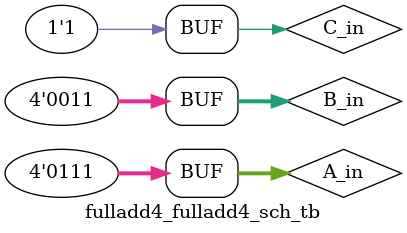
<source format=v>

  `timescale 1 ns / 1 ps

  module fulladd4_fulladd4_sch_tb();
       
//Inputs
	reg [3:0] A_in;
	reg [3:0] B_in;
	reg C_in;
	
//Output
	wire [3:0] S_out;
	wire C_out;
	
//Bidirs
	
//Instantiate the UUT
	
	fulladd4 UUT (
		.A_in(A_in[3:0]),
		.B_in(B_in[3:0]),
		.C_in(C_in),
		.S_out(S_out[3:0]),
		.C_out(C_out)
	);

//Initialize Inputs

	initial begin
	A_in = 0;
	B_in = 0;
	C_in = 0;
	
	#100;
	
	A_in = 4;
	B_in = 3;
	
	#100;
	
	A_in = 2;
	B_in = 3;
	C_in = 1;
	
	#100;
	
	A_in = 7;
	
	end
	
  endmodule

</source>
